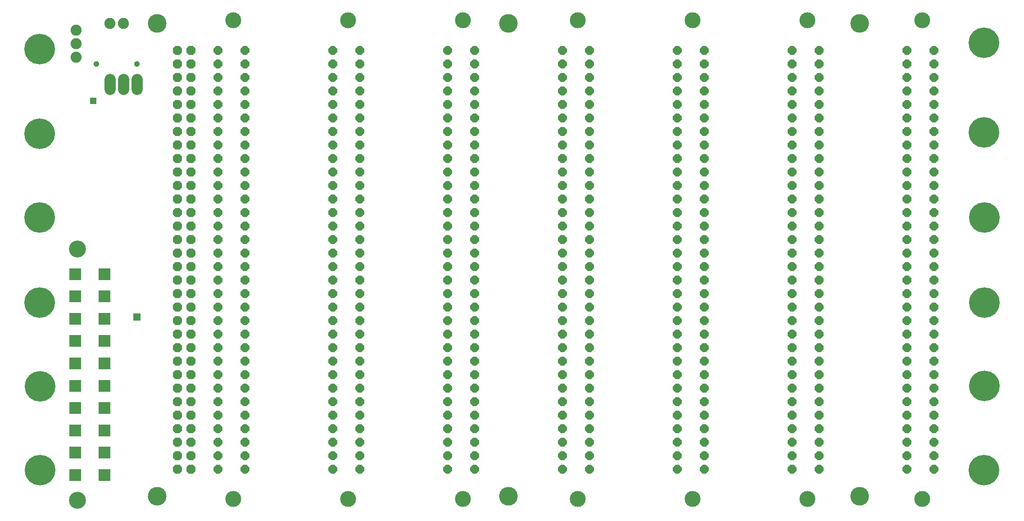
<source format=gts>
G75*
G70*
%OFA0B0*%
%FSLAX24Y24*%
%IPPOS*%
%LPD*%
%AMOC8*
5,1,8,0,0,1.08239X$1,22.5*
%
%ADD10C,0.2260*%
%ADD11OC8,0.0640*%
%ADD12C,0.1180*%
%ADD13C,0.1380*%
%ADD14OC8,0.0680*%
%ADD15C,0.0820*%
%ADD16C,0.0050*%
%ADD17C,0.0820*%
%ADD18R,0.0907X0.0907*%
%ADD19C,0.1261*%
%ADD20R,0.0555X0.0555*%
%ADD21R,0.0476X0.0476*%
D10*
X001520Y003490D03*
X001500Y009710D03*
X001480Y015890D03*
X001480Y022190D03*
X001480Y028390D03*
X001480Y034650D03*
X071380Y035130D03*
X071380Y028510D03*
X071420Y022210D03*
X071420Y015910D03*
X071400Y009730D03*
X071380Y003510D03*
D11*
X067680Y003570D03*
X067680Y004570D03*
X065680Y004570D03*
X065680Y003570D03*
X065680Y005570D03*
X067680Y005570D03*
X067680Y006570D03*
X067680Y007570D03*
X065680Y007570D03*
X065680Y006570D03*
X065680Y008570D03*
X067680Y008570D03*
X067680Y009570D03*
X067680Y010570D03*
X065680Y010570D03*
X065680Y009570D03*
X065680Y011570D03*
X065680Y012570D03*
X067680Y012570D03*
X067680Y011570D03*
X067680Y013570D03*
X065680Y013570D03*
X065680Y014570D03*
X065680Y015570D03*
X067680Y015570D03*
X067680Y014570D03*
X067680Y016570D03*
X065680Y016570D03*
X065680Y017570D03*
X065680Y018570D03*
X067680Y018570D03*
X067680Y017570D03*
X067680Y019570D03*
X067680Y020570D03*
X065680Y020570D03*
X065680Y019570D03*
X065680Y021570D03*
X067680Y021570D03*
X067680Y022570D03*
X067680Y023570D03*
X065680Y023570D03*
X065680Y022570D03*
X065680Y024570D03*
X067680Y024570D03*
X067680Y025570D03*
X067680Y026570D03*
X065680Y026570D03*
X065680Y025570D03*
X065680Y027570D03*
X065680Y028570D03*
X067680Y028570D03*
X067680Y027570D03*
X067680Y029570D03*
X065680Y029570D03*
X065680Y030570D03*
X065680Y031570D03*
X067680Y031570D03*
X067680Y030570D03*
X067680Y032570D03*
X065680Y032570D03*
X065680Y033570D03*
X065680Y034570D03*
X067680Y034570D03*
X067680Y033570D03*
X059180Y033570D03*
X059180Y034570D03*
X057180Y034570D03*
X057180Y033570D03*
X057180Y032570D03*
X057180Y031570D03*
X057180Y030570D03*
X057180Y029570D03*
X057180Y028570D03*
X057180Y027570D03*
X057180Y026570D03*
X057180Y025570D03*
X057180Y024570D03*
X057180Y023570D03*
X057180Y022570D03*
X057180Y021570D03*
X057180Y020570D03*
X057180Y019570D03*
X057180Y018570D03*
X057180Y017570D03*
X057180Y016570D03*
X057180Y015570D03*
X057180Y014570D03*
X057180Y013570D03*
X057180Y012570D03*
X057180Y011570D03*
X057180Y010570D03*
X057180Y009570D03*
X057180Y008570D03*
X057180Y007570D03*
X057180Y006570D03*
X057180Y005570D03*
X057180Y004570D03*
X057180Y003570D03*
X059180Y003570D03*
X059180Y004570D03*
X059180Y005570D03*
X059180Y006570D03*
X059180Y007570D03*
X059180Y008570D03*
X059180Y009570D03*
X059180Y010570D03*
X059180Y011570D03*
X059180Y012570D03*
X059180Y013570D03*
X059180Y014570D03*
X059180Y015570D03*
X059180Y016570D03*
X059180Y017570D03*
X059180Y018570D03*
X059180Y019570D03*
X059180Y020570D03*
X059180Y021570D03*
X059180Y022570D03*
X059180Y023570D03*
X059180Y024570D03*
X059180Y025570D03*
X059180Y026570D03*
X059180Y027570D03*
X059180Y028570D03*
X059180Y029570D03*
X059180Y030570D03*
X059180Y031570D03*
X059180Y032570D03*
X050680Y032570D03*
X050680Y031570D03*
X050680Y030570D03*
X050680Y029570D03*
X050680Y028570D03*
X050680Y027570D03*
X050680Y026570D03*
X050680Y025570D03*
X050680Y024570D03*
X050680Y023570D03*
X050680Y022570D03*
X050680Y021570D03*
X050680Y020570D03*
X050680Y019570D03*
X050680Y018570D03*
X050680Y017570D03*
X050680Y016570D03*
X050680Y015570D03*
X050680Y014570D03*
X050680Y013570D03*
X050680Y012570D03*
X050680Y011570D03*
X050680Y010570D03*
X050680Y009570D03*
X050680Y008570D03*
X050680Y007570D03*
X050680Y006570D03*
X050680Y005570D03*
X050680Y004570D03*
X050680Y003570D03*
X048680Y003570D03*
X048680Y004570D03*
X048680Y005570D03*
X048680Y006570D03*
X048680Y007570D03*
X048680Y008570D03*
X048680Y009570D03*
X048680Y010570D03*
X048680Y011570D03*
X048680Y012570D03*
X048680Y013570D03*
X048680Y014570D03*
X048680Y015570D03*
X048680Y016570D03*
X048680Y017570D03*
X048680Y018570D03*
X048680Y019570D03*
X048680Y020570D03*
X048680Y021570D03*
X048680Y022570D03*
X048680Y023570D03*
X048680Y024570D03*
X048680Y025570D03*
X048680Y026570D03*
X048680Y027570D03*
X048680Y028570D03*
X048680Y029570D03*
X048680Y030570D03*
X048680Y031570D03*
X048680Y032570D03*
X048680Y033570D03*
X048680Y034570D03*
X050680Y034570D03*
X050680Y033570D03*
X042180Y033570D03*
X042180Y034570D03*
X040180Y034570D03*
X040180Y033570D03*
X040180Y032570D03*
X042180Y032570D03*
X042180Y031570D03*
X042180Y030570D03*
X040180Y030570D03*
X040180Y031570D03*
X040180Y029570D03*
X042180Y029570D03*
X042180Y028570D03*
X042180Y027570D03*
X040180Y027570D03*
X040180Y028570D03*
X040180Y026570D03*
X040180Y025570D03*
X042180Y025570D03*
X042180Y026570D03*
X042180Y024570D03*
X040180Y024570D03*
X040180Y023570D03*
X040180Y022570D03*
X042180Y022570D03*
X042180Y023570D03*
X042180Y021570D03*
X040180Y021570D03*
X040180Y020570D03*
X040180Y019570D03*
X042180Y019570D03*
X042180Y020570D03*
X042180Y018570D03*
X042180Y017570D03*
X040180Y017570D03*
X040180Y018570D03*
X040180Y016570D03*
X042180Y016570D03*
X042180Y015570D03*
X042180Y014570D03*
X040180Y014570D03*
X040180Y015570D03*
X040180Y013570D03*
X042180Y013570D03*
X042180Y012570D03*
X042180Y011570D03*
X040180Y011570D03*
X040180Y012570D03*
X040180Y010570D03*
X040180Y009570D03*
X042180Y009570D03*
X042180Y010570D03*
X042180Y008570D03*
X040180Y008570D03*
X040180Y007570D03*
X040180Y006570D03*
X042180Y006570D03*
X042180Y007570D03*
X042180Y005570D03*
X040180Y005570D03*
X040180Y004570D03*
X040180Y003570D03*
X042180Y003570D03*
X042180Y004570D03*
X033680Y004570D03*
X033680Y003570D03*
X031680Y003570D03*
X031680Y004570D03*
X031680Y005570D03*
X031680Y006570D03*
X031680Y007570D03*
X031680Y008570D03*
X031680Y009570D03*
X031680Y010570D03*
X031680Y011570D03*
X031680Y012570D03*
X031680Y013570D03*
X031680Y014570D03*
X031680Y015570D03*
X031680Y016570D03*
X031680Y017570D03*
X031680Y018570D03*
X031680Y019570D03*
X031680Y020570D03*
X031680Y021570D03*
X031680Y022570D03*
X031680Y023570D03*
X031680Y024570D03*
X031680Y025570D03*
X031680Y026570D03*
X031680Y027570D03*
X031680Y028570D03*
X031680Y029570D03*
X031680Y030570D03*
X031680Y031570D03*
X031680Y032570D03*
X031680Y033570D03*
X031680Y034570D03*
X033680Y034570D03*
X033680Y033570D03*
X033680Y032570D03*
X033680Y031570D03*
X033680Y030570D03*
X033680Y029570D03*
X033680Y028570D03*
X033680Y027570D03*
X033680Y026570D03*
X033680Y025570D03*
X033680Y024570D03*
X033680Y023570D03*
X033680Y022570D03*
X033680Y021570D03*
X033680Y020570D03*
X033680Y019570D03*
X033680Y018570D03*
X033680Y017570D03*
X033680Y016570D03*
X033680Y015570D03*
X033680Y014570D03*
X033680Y013570D03*
X033680Y012570D03*
X033680Y011570D03*
X033680Y010570D03*
X033680Y009570D03*
X033680Y008570D03*
X033680Y007570D03*
X033680Y006570D03*
X033680Y005570D03*
X025180Y005570D03*
X025180Y004570D03*
X025180Y003570D03*
X023180Y003570D03*
X023180Y004570D03*
X023180Y005570D03*
X023180Y006570D03*
X023180Y007570D03*
X023180Y008570D03*
X023180Y009570D03*
X023180Y010570D03*
X023180Y011570D03*
X023180Y012570D03*
X023180Y013570D03*
X023180Y014570D03*
X023180Y015570D03*
X023180Y016570D03*
X023180Y017570D03*
X023180Y018570D03*
X023180Y019570D03*
X023180Y020570D03*
X023180Y021570D03*
X023180Y022570D03*
X023180Y023570D03*
X023180Y024570D03*
X023180Y025570D03*
X023180Y026570D03*
X023180Y027570D03*
X023180Y028570D03*
X023180Y029570D03*
X023180Y030570D03*
X023180Y031570D03*
X023180Y032570D03*
X023180Y033570D03*
X023180Y034570D03*
X025180Y034570D03*
X025180Y033570D03*
X025180Y032570D03*
X025180Y031570D03*
X025180Y030570D03*
X025180Y029570D03*
X025180Y028570D03*
X025180Y027570D03*
X025180Y026570D03*
X025180Y025570D03*
X025180Y024570D03*
X025180Y023570D03*
X025180Y022570D03*
X025180Y021570D03*
X025180Y020570D03*
X025180Y019570D03*
X025180Y018570D03*
X025180Y017570D03*
X025180Y016570D03*
X025180Y015570D03*
X025180Y014570D03*
X025180Y013570D03*
X025180Y012570D03*
X025180Y011570D03*
X025180Y010570D03*
X025180Y009570D03*
X025180Y008570D03*
X025180Y007570D03*
X025180Y006570D03*
X016680Y006570D03*
X016680Y007570D03*
X014680Y007570D03*
X014680Y006570D03*
X014680Y005570D03*
X016680Y005570D03*
X016680Y004570D03*
X016680Y003570D03*
X014680Y003570D03*
X014680Y004570D03*
X014680Y008570D03*
X016680Y008570D03*
X016680Y009570D03*
X016680Y010570D03*
X014680Y010570D03*
X014680Y009570D03*
X014680Y011570D03*
X014680Y012570D03*
X016680Y012570D03*
X016680Y011570D03*
X016680Y013570D03*
X014680Y013570D03*
X014680Y014570D03*
X014680Y015570D03*
X016680Y015570D03*
X016680Y014570D03*
X016680Y016570D03*
X014680Y016570D03*
X014680Y017570D03*
X014680Y018570D03*
X016680Y018570D03*
X016680Y017570D03*
X016680Y019570D03*
X016680Y020570D03*
X014680Y020570D03*
X014680Y019570D03*
X014680Y021570D03*
X016680Y021570D03*
X016680Y022570D03*
X016680Y023570D03*
X014680Y023570D03*
X014680Y022570D03*
X014680Y024570D03*
X016680Y024570D03*
X016680Y025570D03*
X016680Y026570D03*
X014680Y026570D03*
X014680Y025570D03*
X014680Y027570D03*
X014680Y028570D03*
X016680Y028570D03*
X016680Y027570D03*
X016680Y029570D03*
X014680Y029570D03*
X014680Y030570D03*
X014680Y031570D03*
X016680Y031570D03*
X016680Y030570D03*
X016680Y032570D03*
X014680Y032570D03*
X014680Y033570D03*
X014680Y034570D03*
X016680Y034570D03*
X016680Y033570D03*
D12*
X015800Y036790D03*
X024300Y036790D03*
X032800Y036790D03*
X041300Y036790D03*
X049800Y036790D03*
X058300Y036790D03*
X066800Y036790D03*
X066800Y001350D03*
X058300Y001350D03*
X049800Y001350D03*
X041300Y001350D03*
X032800Y001350D03*
X024300Y001350D03*
X015800Y001350D03*
D13*
X010180Y001570D03*
X001520Y003490D03*
X001500Y009710D03*
X001480Y015890D03*
X001480Y022190D03*
X001480Y028390D03*
X001480Y034650D03*
X010180Y036570D03*
X036180Y036570D03*
X062180Y036570D03*
X071380Y035130D03*
X071380Y028510D03*
X071420Y022210D03*
X071420Y015910D03*
X071400Y009730D03*
X071380Y003510D03*
X062180Y001570D03*
X036180Y001570D03*
D14*
X012680Y003570D03*
X011680Y003570D03*
X011680Y004570D03*
X012680Y004570D03*
X012680Y005570D03*
X011680Y005570D03*
X011680Y006570D03*
X012680Y006570D03*
X012680Y007570D03*
X011680Y007570D03*
X011680Y008570D03*
X012680Y008570D03*
X012680Y009570D03*
X011680Y009570D03*
X011680Y010570D03*
X012680Y010570D03*
X012680Y011570D03*
X011680Y011570D03*
X011680Y012570D03*
X012680Y012570D03*
X012680Y013570D03*
X011680Y013570D03*
X011680Y014570D03*
X012680Y014570D03*
X012680Y015570D03*
X011680Y015570D03*
X011680Y016570D03*
X012680Y016570D03*
X012680Y017570D03*
X011680Y017570D03*
X011680Y018570D03*
X012680Y018570D03*
X012680Y019570D03*
X011680Y019570D03*
X011680Y020570D03*
X012680Y020570D03*
X012680Y021570D03*
X011680Y021570D03*
X011680Y022570D03*
X012680Y022570D03*
X012680Y023570D03*
X011680Y023570D03*
X011680Y024570D03*
X012680Y024570D03*
X012680Y025570D03*
X011680Y025570D03*
X011680Y026570D03*
X012680Y026570D03*
X012680Y027570D03*
X011680Y027570D03*
X011680Y028570D03*
X012680Y028570D03*
X012680Y029570D03*
X011680Y029570D03*
X011680Y030570D03*
X012680Y030570D03*
X012680Y031570D03*
X011680Y031570D03*
X011680Y032570D03*
X012680Y032570D03*
X012680Y033570D03*
X011680Y033570D03*
X011680Y034570D03*
X012680Y034570D03*
D15*
X007680Y036570D03*
X006680Y036570D03*
X004180Y036070D03*
X004180Y035070D03*
X004180Y034070D03*
D16*
X005521Y033640D02*
X005541Y033675D01*
X005569Y033704D01*
X005603Y033726D01*
X005640Y033740D01*
X005680Y033746D01*
X005719Y033741D01*
X005756Y033727D01*
X005790Y033706D01*
X005817Y033677D01*
X005838Y033643D01*
X005850Y033605D01*
X005854Y033566D01*
X005849Y033528D01*
X005836Y033491D01*
X005815Y033459D01*
X005788Y033432D01*
X005755Y033411D01*
X005718Y033399D01*
X005680Y033395D01*
X005642Y033398D01*
X005605Y033410D01*
X005573Y033430D01*
X005545Y033456D01*
X005524Y033488D01*
X005510Y033524D01*
X005505Y033562D01*
X005509Y033602D01*
X005851Y033602D01*
X005852Y033554D02*
X005506Y033554D01*
X005509Y033602D02*
X005521Y033640D01*
X005527Y033651D02*
X005833Y033651D01*
X005796Y033699D02*
X005564Y033699D01*
X005517Y033505D02*
X005841Y033505D01*
X005813Y033457D02*
X005545Y033457D01*
X005612Y033408D02*
X005745Y033408D01*
X008508Y033565D02*
X008513Y033527D01*
X008527Y033491D01*
X008548Y033459D01*
X008575Y033433D01*
X008608Y033413D01*
X008645Y033401D01*
X008683Y033398D01*
X008721Y033402D01*
X008758Y033414D01*
X008791Y033435D01*
X008818Y033462D01*
X008839Y033494D01*
X008852Y033531D01*
X008857Y033569D01*
X008853Y033608D01*
X008841Y033646D01*
X008820Y033680D01*
X008793Y033709D01*
X008759Y033730D01*
X008722Y033744D01*
X008683Y033749D01*
X008643Y033743D01*
X008606Y033729D01*
X008572Y033707D01*
X008544Y033678D01*
X008524Y033643D01*
X008511Y033605D01*
X008508Y033565D01*
X008510Y033554D02*
X008855Y033554D01*
X008854Y033602D02*
X008511Y033602D01*
X008528Y033651D02*
X008838Y033651D01*
X008802Y033699D02*
X008565Y033699D01*
X008674Y033748D02*
X008693Y033748D01*
X008843Y033505D02*
X008521Y033505D01*
X008550Y033457D02*
X008813Y033457D01*
X008740Y033408D02*
X008624Y033408D01*
D17*
X008680Y032440D02*
X008680Y031700D01*
X007680Y031700D02*
X007680Y032440D01*
X006680Y032440D02*
X006680Y031700D01*
D18*
X006263Y018011D03*
X004097Y018011D03*
X004097Y016357D03*
X006263Y016357D03*
X006263Y014704D03*
X004097Y014704D03*
X004097Y013050D03*
X006263Y013050D03*
X006263Y011397D03*
X004097Y011397D03*
X004097Y009743D03*
X006263Y009743D03*
X006263Y008090D03*
X004097Y008090D03*
X004097Y006436D03*
X006263Y006436D03*
X006263Y004783D03*
X004097Y004783D03*
X004097Y003129D03*
X006263Y003129D03*
D19*
X004278Y001279D03*
X004278Y019861D03*
D20*
X008680Y014820D03*
D21*
X005430Y030820D03*
M02*

</source>
